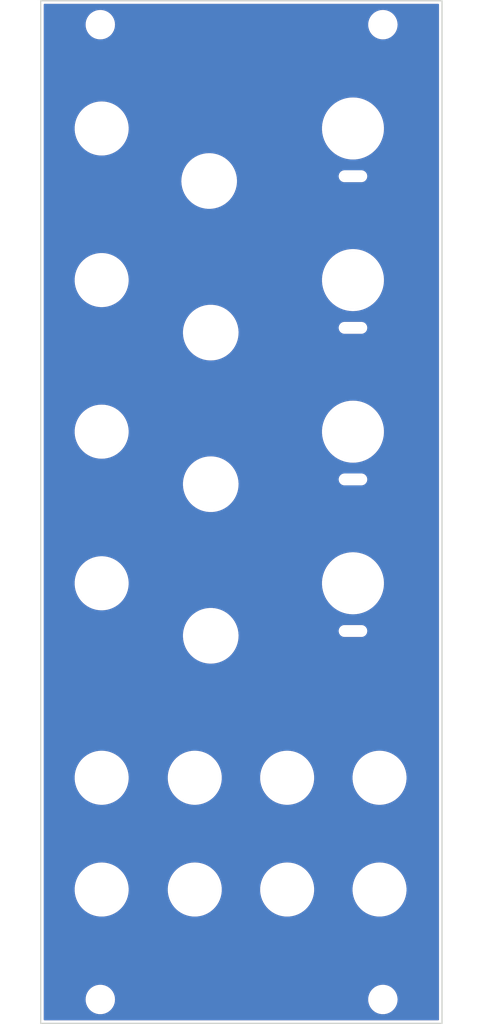
<source format=kicad_pcb>
(kicad_pcb (version 20211014) (generator pcbnew)
  (title_block (title "Front Panel for Eurorack 4XVCA Module") (date "2022-01-14") (rev "1.0") (company "Len Popp") (comment 1 "Copyright © 2021 Len Popp CC BY") (comment 2 "NOTE: Holes only. No pads or tracks.") (comment 3 "Eurorack quad exponential VCA module - 10HP"))
  (layers (0 "F.Cu" signal) (31 "B.Cu" signal) (34 "B.Paste" user) (35 "F.Paste" user) (36 "B.SilkS" user "B.Silkscreen") (37 "F.SilkS" user "F.Silkscreen") (38 "B.Mask" user) (39 "F.Mask" user) (44 "Edge.Cuts" user))
  (net 0 "")
  (footprint "-lmp-holes:MountingHole_Panel_3.2mm_M3" (layer "F.Cu") (at 127.5 53)
    (fp_text reference "REF**" hide)
    (fp_text value "MountingHole_Panel_3.2mm_M3")
    (pad "" np_thru_hole circle locked (at 0 0) (size 3.2 3.2) (drill 3.2) (layers *.Cu *.Mask))
  )
  (footprint "-lmp-holes:MountingHole_Panel_3.2mm_M3" (layer "F.Cu") (at 127.5 175.5)
    (fp_text reference "REF**" hide)
    (fp_text value "MountingHole_Panel_3.2mm_M3")
    (pad "" np_thru_hole circle locked (at 0 0) (size 3.2 3.2) (drill 3.2) (layers *.Cu *.Mask))
  )
  (footprint "-lmp-holes:MountingHole_Panel_3.2mm_M3" (layer "F.Cu") (at 163.06 53)
    (fp_text reference "REF**" hide)
    (fp_text value "MountingHole_Panel_3.2mm_M3")
    (pad "" np_thru_hole circle locked (at 0 0) (size 3.2 3.2) (drill 3.2) (layers *.Cu *.Mask))
  )
  (footprint "-lmp-holes:MountingHole_Panel_3.2mm_M3" (layer "F.Cu") (at 163.06 175.5)
    (fp_text reference "REF**" hide)
    (fp_text value "MountingHole_Panel_3.2mm_M3")
    (pad "" np_thru_hole circle locked (at 0 0) (size 3.2 3.2) (drill 3.2) (layers *.Cu *.Mask))
  )
  (footprint "-lmp-holes:MountingHole_Jack_3.5mm_PJ398" (layer "F.Cu") (at 151.012505 147.6378)
    (fp_text reference "REF**" hide)
    (fp_text value "MountingHole_Jack_3.5mm_PJ398")
    (pad "" np_thru_hole circle locked (at 0 0) (size 6.3 6.3) (drill 6.3) (layers *.Cu *.Mask))
  )
  (footprint "-lmp-holes:MountingHole_Jack_3.5mm_PJ398" (layer "F.Cu") (at 162.637505 147.6378)
    (fp_text reference "REF**" hide)
    (fp_text value "MountingHole_Jack_3.5mm_PJ398")
    (pad "" np_thru_hole circle locked (at 0 0) (size 6.3 6.3) (drill 6.3) (layers *.Cu *.Mask))
  )
  (footprint "-lmp-holes:MountingHole_Pot_Alpha" (layer "F.Cu") (at 159.295005 85.097)
    (fp_text reference "REF**" hide)
    (fp_text value "MountingHole_Pot_Alpha")
    (pad "" np_thru_hole circle (at 0 0) (size 7.3 7.3) (drill 7.3) (layers *.Cu *.Mask))
    (pad "" np_thru_hole oval (at 0 6) (size 3.1 1) (drill oval 3.1 1) (layers F&B.Cu *.Mask))
  )
  (footprint "-lmp-holes:MountingHole_Pot_Alpha" (layer "F.Cu") (at 159.295005 123.197)
    (fp_text reference "REF**" hide)
    (fp_text value "MountingHole_Pot_Alpha")
    (pad "" np_thru_hole circle (at 0 0) (size 7.3 7.3) (drill 7.3) (layers *.Cu *.Mask))
    (pad "" np_thru_hole oval (at 0 6) (size 3.1 1) (drill oval 3.1 1) (layers F&B.Cu *.Mask))
  )
  (footprint "-lmp-holes:MountingHole_Pot_Alpha" (layer "F.Cu") (at 159.295005 66.047)
    (fp_text reference "REF**" hide)
    (fp_text value "MountingHole_Pot_Alpha")
    (pad "" np_thru_hole circle (at 0 0) (size 7.3 7.3) (drill 7.3) (layers *.Cu *.Mask))
    (pad "" np_thru_hole oval (at 0 6) (size 3.1 1) (drill oval 3.1 1) (layers F&B.Cu *.Mask))
  )
  (footprint "-lmp-holes:MountingHole_Jack_3.5mm_PJ398" (layer "F.Cu") (at 162.637505 161.684)
    (fp_text reference "REF**" hide)
    (fp_text value "MountingHole_Jack_3.5mm_PJ398")
    (pad "" np_thru_hole circle locked (at 0 0) (size 6.3 6.3) (drill 6.3) (layers *.Cu *.Mask))
  )
  (footprint "-lmp-holes:MountingHole_Pot_Alpha" (layer "F.Cu") (at 159.295005 104.147)
    (fp_text reference "REF**" hide)
    (fp_text value "MountingHole_Pot_Alpha")
    (pad "" np_thru_hole oval (at 0 6) (size 3.1 1) (drill oval 3.1 1) (layers F&B.Cu *.Mask))
    (pad "" np_thru_hole circle (at 0 0) (size 7.3 7.3) (drill 7.3) (layers *.Cu *.Mask))
  )
  (footprint "-lmp-holes:MountingHole_Jack_3.5mm_PJ398" (layer "F.Cu") (at 151.012505 161.684)
    (fp_text reference "REF**" hide)
    (fp_text value "MountingHole_Jack_3.5mm_PJ398")
    (pad "" np_thru_hole circle locked (at 0 0) (size 6.3 6.3) (drill 6.3) (layers *.Cu *.Mask))
  )
  (footprint "-lmp-holes:MountingHole_Jack_3.5mm_PJ398" (layer "F.Cu") (at 127.670005 85.097)
    (fp_text reference "REF**" hide)
    (fp_text value "MountingHole_Jack_3.5mm_PJ398")
    (pad "" np_thru_hole circle locked (at 0 0) (size 6.3 6.3) (drill 6.3) (layers *.Cu *.Mask))
  )
  (footprint "-lmp-holes:MountingHole_Pot_SongHuei" (layer "F.Cu") (at 141.4 129.797)
    (fp_text reference "REF**" hide)
    (fp_text value "MountingHole_Pot_SongHuei")
    (pad "" np_thru_hole circle (at 0 0) (size 6.3 6.3) (drill 6.3) (layers F&B.Cu *.Mask))
  )
  (footprint "-lmp-holes:MountingHole_Jack_3.5mm_PJ398" (layer "F.Cu") (at 127.670005 161.684)
    (fp_text reference "REF**" hide)
    (fp_text value "MountingHole_Jack_3.5mm_PJ398")
    (pad "" np_thru_hole circle locked (at 0 0) (size 6.3 6.3) (drill 6.3) (layers *.Cu *.Mask))
  )
  (footprint "-lmp-holes:MountingHole_Jack_3.5mm_PJ398" (layer "F.Cu") (at 127.670005 147.6378)
    (fp_text reference "REF**" hide)
    (fp_text value "MountingHole_Jack_3.5mm_PJ398")
    (pad "" np_thru_hole circle locked (at 0 0) (size 6.3 6.3) (drill 6.3) (layers *.Cu *.Mask))
  )
  (footprint "-lmp-holes:MountingHole_Jack_3.5mm_PJ398" (layer "F.Cu") (at 127.670005 104.147)
    (fp_text reference "REF**" hide)
    (fp_text value "MountingHole_Jack_3.5mm_PJ398")
    (pad "" np_thru_hole circle locked (at 0 0) (size 6.3 6.3) (drill 6.3) (layers *.Cu *.Mask))
  )
  (footprint "-lmp-holes:MountingHole_Jack_3.5mm_PJ398" (layer "F.Cu") (at 139.387505 161.684)
    (fp_text reference "REF**" hide)
    (fp_text value "MountingHole_Jack_3.5mm_PJ398")
    (pad "" np_thru_hole circle locked (at 0 0) (size 6.3 6.3) (drill 6.3) (layers *.Cu *.Mask))
  )
  (footprint "-lmp-holes:MountingHole_Pot_SongHuei" (layer "F.Cu") (at 141.4 91.697)
    (fp_text reference "REF**" hide)
    (fp_text value "MountingHole_Pot_SongHuei")
    (pad "" np_thru_hole circle (at 0 0) (size 6.3 6.3) (drill 6.3) (layers F&B.Cu *.Mask))
  )
  (footprint "-lmp-holes:MountingHole_Jack_3.5mm_PJ398" (layer "F.Cu") (at 127.67 66.047)
    (fp_text reference "REF**" hide)
    (fp_text value "MountingHole_Jack_3.5mm_PJ398")
    (pad "" np_thru_hole circle locked (at 0 0) (size 6.3 6.3) (drill 6.3) (layers *.Cu *.Mask))
  )
  (footprint "-lmp-holes:MountingHole_Pot_SongHuei" (layer "F.Cu") (at 141.2 72.647)
    (fp_text reference "REF**" hide)
    (fp_text value "MountingHole_Pot_SongHuei")
    (pad "" np_thru_hole circle (at 0 0) (size 6.3 6.3) (drill 6.3) (layers F&B.Cu *.Mask))
  )
  (footprint "-lmp-holes:MountingHole_Pot_SongHuei" (layer "F.Cu") (at 141.4 110.747)
    (fp_text reference "REF**" hide)
    (fp_text value "MountingHole_Pot_SongHuei")
    (pad "" np_thru_hole circle (at 0 0) (size 6.3 6.3) (drill 6.3) (layers F&B.Cu *.Mask))
  )
  (footprint "-lmp-holes:MountingHole_Jack_3.5mm_PJ398" (layer "F.Cu") (at 127.670005 123.197)
    (fp_text reference "REF**" hide)
    (fp_text value "MountingHole_Jack_3.5mm_PJ398")
    (pad "" np_thru_hole circle locked (at 0 0) (size 6.3 6.3) (drill 6.3) (layers *.Cu *.Mask))
  )
  (footprint "-lmp-holes:MountingHole_Jack_3.5mm_PJ398" (layer "F.Cu") (at 139.387505 147.6378)
    (fp_text reference "REF**" hide)
    (fp_text value "MountingHole_Jack_3.5mm_PJ398")
    (pad "" np_thru_hole circle locked (at 0 0) (size 6.3 6.3) (drill 6.3) (layers *.Cu *.Mask))
  )
  (gr_line (start 119.999989 178.499999) (end 119.999989 50.000002) (layer "Edge.Cuts") (width 0.1524))
  (gr_line (start 170.499989 50.000002) (end 170.499989 178.499999) (layer "Edge.Cuts") (width 0.1524))
  (gr_line (start 119.999989 50.000002) (end 170.499989 50.000002) (layer "Edge.Cuts") (width 0.1524))
  (gr_line (start 170.499989 178.499999) (end 119.999989 178.499999) (layer "Edge.Cuts") (width 0.1524))
  (zone (net 0) (net_name "") (layer "F.Cu") (connect_pads (clearance 0.2032)) (min_thickness 0.2032) (fill yes (thermal_gap 0.508) (thermal_bridge_width 0.508))
    (polygon (pts (xy 170.6 178.6) (xy 119.9 178.6) (xy 119.9 49.9) (xy 170.6 49.9)))
  )
  (zone (net 0) (net_name "") (layer "B.Cu") (connect_pads (clearance 0.2032)) (min_thickness 0.2032) (fill yes (thermal_gap 0.508) (thermal_bridge_width 0.508))
    (polygon (pts (xy 170.6 178.6) (xy 119.9 178.6) (xy 119.9 49.9) (xy 170.6 49.9)))
  )
)
</source>
